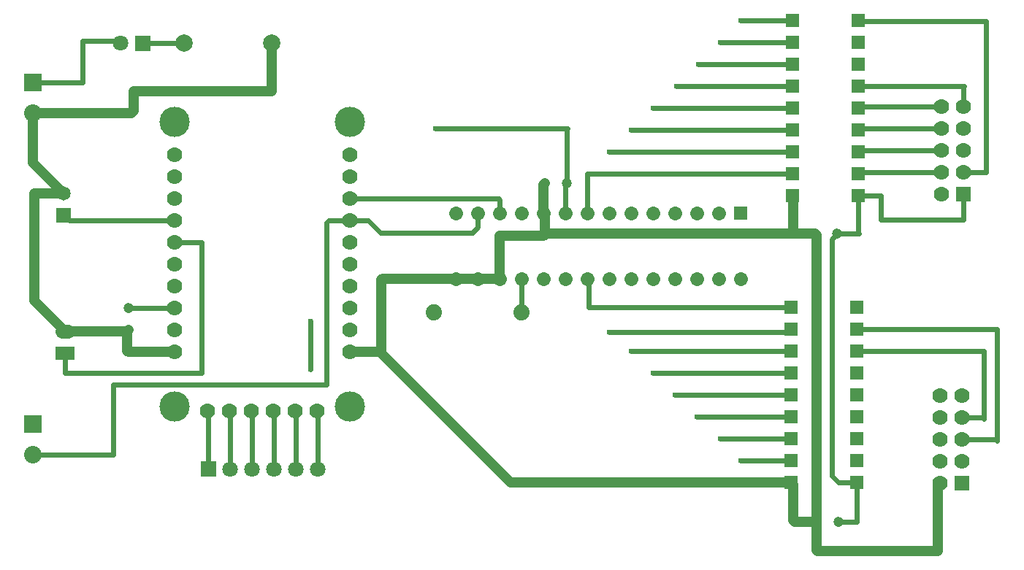
<source format=gbl>
G04 Layer: BottomLayer*
G04 EasyEDA v6.5.8, 2022-08-15 07:29:34*
G04 028e3914a6f949ed9ca799ef75e4ed4f,10*
G04 Gerber Generator version 0.2*
G04 Scale: 100 percent, Rotated: No, Reflected: No *
G04 Dimensions in millimeters *
G04 leading zeros omitted , absolute positions ,4 integer and 5 decimal *
%FSLAX45Y45*%
%MOMM*%

%ADD10C,1.2190*%
%ADD11C,0.6100*%
%ADD12C,0.6096*%
%ADD13C,1.8000*%
%ADD14R,2.3000X1.6500*%
%ADD15C,1.1938*%
%ADD16R,1.6510X1.6510*%
%ADD17C,1.6510*%
%ADD18R,2.0320X2.0320*%
%ADD19C,2.0320*%
%ADD20C,1.7780*%
%ADD21C,1.8796*%
%ADD22R,1.6000X1.6000*%
%ADD23C,3.5052*%
%ADD24R,1.6002X1.6002*%
%ADD25C,2.0000*%
%ADD26C,0.6200*%
%ADD27C,1.6500*%
%ADD28C,1.6000*%
%ADD29C,0.0194*%

%LPD*%
D10*
X6261100Y5207000D02*
G01*
X6007100Y5207000D01*
D11*
X4318000Y4152900D02*
G01*
X4318000Y4711700D01*
D10*
X9893300Y2844800D02*
G01*
X6642100Y2844800D01*
X5143500Y4343400D01*
D12*
X4394200Y3670300D02*
G01*
X4406900Y3657600D01*
X4406900Y2997200D01*
X4140200Y3670300D02*
G01*
X4152900Y3657600D01*
X4152900Y2997200D01*
X3886200Y3670300D02*
G01*
X3898900Y3657600D01*
X3898900Y2997200D01*
X3632200Y3670300D02*
G01*
X3644900Y3657600D01*
X3644900Y2997200D01*
X3378200Y3670300D02*
G01*
X3390900Y3657600D01*
X3390900Y2997200D01*
X3124200Y3670300D02*
G01*
X3136900Y3657600D01*
X3136900Y2997200D01*
X2120900Y7937500D02*
G01*
X2095500Y7962900D01*
X1676400Y7962900D01*
X1674876Y7478776D01*
X1104900Y7478776D01*
X2374900Y7937500D02*
G01*
X2857500Y7937500D01*
D10*
X1104900Y7128687D02*
G01*
X1108887Y7124700D01*
X2247900Y7124700D01*
X2273300Y7150100D01*
X2273300Y7378700D01*
X3873500Y7378700D01*
X3873500Y7937500D01*
X1460500Y6197600D02*
G01*
X1104900Y6553200D01*
X1104900Y7128687D01*
D12*
X1460500Y5943600D02*
G01*
X1524000Y5880100D01*
X2743200Y5880100D01*
D10*
X6007100Y5207000D02*
G01*
X5156200Y5207000D01*
X5143500Y5194300D01*
X5143500Y4343400D01*
X5143500Y4343400D02*
G01*
X5143500Y4343400D01*
X5130800Y4356100D01*
X4775200Y4356100D01*
X6515100Y5207000D02*
G01*
X6261100Y5207000D01*
D12*
X6769100Y5207000D02*
G01*
X6769100Y4813300D01*
D11*
X9893300Y3098800D02*
G01*
X9309100Y3098800D01*
X9893300Y3352800D02*
G01*
X9067800Y3352800D01*
X9893300Y3606800D02*
G01*
X8801100Y3606800D01*
X9893300Y3860800D02*
G01*
X8547100Y3860800D01*
X9893300Y4114800D02*
G01*
X8293100Y4114800D01*
X9893300Y4368800D02*
G01*
X8039100Y4368800D01*
X9893300Y4622800D02*
G01*
X9855200Y4584700D01*
X7785100Y4584700D01*
X9906000Y4876800D02*
G01*
X7543800Y4876800D01*
X7543800Y5130800D01*
D12*
X10668000Y8204200D02*
G01*
X10680700Y8191500D01*
X12153900Y8191500D01*
X12153900Y6438900D01*
X11887200Y6438900D01*
X10668000Y7442200D02*
G01*
X11899900Y7442200D01*
X11887200Y7429500D01*
X11887200Y7200900D01*
X10668000Y7188200D02*
G01*
X10680700Y7200900D01*
X11633200Y7200900D01*
X10668000Y6934200D02*
G01*
X10680700Y6946900D01*
X11633200Y6946900D01*
X10668000Y6680200D02*
G01*
X10680700Y6692900D01*
X11633200Y6692900D01*
X10668000Y6426200D02*
G01*
X10680700Y6438900D01*
X11633200Y6438900D01*
X10668000Y6172200D02*
G01*
X10934700Y6172200D01*
X10934700Y5892800D01*
X11887200Y5892800D01*
X11887200Y6184900D01*
X10426700Y5727700D02*
G01*
X10680700Y5727700D01*
X10668000Y5740400D01*
X10668000Y6172200D01*
X10426700Y5727700D02*
G01*
X10363200Y5664200D01*
X10363200Y2921000D01*
X10439400Y2844800D01*
X10655300Y2844800D01*
X10439400Y2387600D02*
G01*
X10655300Y2387600D01*
X10655300Y2844800D01*
D10*
X11620500Y2832100D02*
G01*
X11595100Y2806700D01*
X11595100Y2044700D01*
X10198100Y2044700D01*
X10185400Y2057400D01*
X10185400Y2387600D01*
X9893300Y2844800D02*
G01*
X9918700Y2819400D01*
X9918700Y2400300D01*
X9931400Y2387600D01*
X10185400Y2387600D01*
D12*
X2209800Y4864100D02*
G01*
X2743200Y4864100D01*
D10*
X2209800Y4610100D02*
G01*
X2197100Y4597400D01*
X2197100Y4368800D01*
X2209800Y4356100D01*
X2743200Y4356100D01*
X2209800Y4610100D02*
G01*
X2197100Y4597400D01*
X1473200Y4597400D01*
X1473200Y4597400D02*
G01*
X1117600Y4953000D01*
X1117600Y6197600D01*
X1460500Y6197600D01*
D12*
X1104900Y3166287D02*
G01*
X1108887Y3162300D01*
X2032000Y3162300D01*
X2032000Y3975100D01*
X4508500Y3975100D01*
X4508500Y5854700D01*
X4533900Y5880100D01*
X4775200Y5880100D01*
X1473200Y4343400D02*
G01*
X1473200Y4114800D01*
X3060700Y4114800D01*
X3060700Y5626100D01*
X2743200Y5626100D01*
X6261100Y5969000D02*
G01*
X6261100Y5803900D01*
X6197600Y5740400D01*
X5130800Y5740400D01*
X4991100Y5880100D01*
X4775200Y5880100D01*
X4775200Y6134100D02*
G01*
X6502400Y6134100D01*
X6515100Y6121400D01*
X6515100Y5969000D01*
D10*
X9918700Y5727700D02*
G01*
X9918700Y5727700D01*
X10172700Y5727700D01*
X10172700Y5727700D02*
G01*
X10185400Y5715000D01*
X10185400Y2387600D01*
X9906000Y6172200D02*
G01*
X9918700Y6159500D01*
X9918700Y5727700D01*
X7023100Y5969000D02*
G01*
X7035800Y5956300D01*
X7035800Y5715000D01*
X7035800Y5715000D02*
G01*
X7023100Y5702300D01*
X6515100Y5702300D01*
X6515100Y5207000D01*
X7035800Y5715000D02*
G01*
X7035800Y5715000D01*
X7048500Y5727700D01*
X9918700Y5727700D01*
X7035800Y6311900D02*
G01*
X7023100Y6299200D01*
X7023100Y5969000D01*
D12*
X7289800Y6311900D02*
G01*
X7277100Y6299200D01*
X7277100Y5969000D01*
X5765800Y6946900D02*
G01*
X7302500Y6946900D01*
X7289800Y6934200D01*
X7289800Y6311900D01*
X9906000Y6426200D02*
G01*
X7531100Y6426200D01*
X7531100Y5969000D01*
X9906000Y6680200D02*
G01*
X7785100Y6680200D01*
X9906000Y6934200D02*
G01*
X8039100Y6934200D01*
X9906000Y7188200D02*
G01*
X8293100Y7188200D01*
X9906000Y7442200D02*
G01*
X8559800Y7442200D01*
X9906000Y7696200D02*
G01*
X8813800Y7696200D01*
X9906000Y7950200D02*
G01*
X9067800Y7950200D01*
X9906000Y8204200D02*
G01*
X9309100Y8204200D01*
X10655300Y4622800D02*
G01*
X12280900Y4622800D01*
X12280900Y3327400D01*
X12268200Y3340100D01*
X11874500Y3340100D01*
X10655300Y4368800D02*
G01*
X12128500Y4368800D01*
X12128500Y3581400D01*
X12115800Y3594100D01*
X11874500Y3594100D01*
D13*
G01*
X4406900Y2997200D03*
G01*
X4152900Y2997200D03*
G01*
X3898900Y2997200D03*
G01*
X3644900Y2997200D03*
G01*
X3390900Y2997200D03*
G36*
X3046900Y3087199D02*
G01*
X3226899Y3087199D01*
X3226899Y2907200D01*
X3046900Y2907200D01*
G37*
D14*
G01*
X1473200Y4343400D03*
D15*
G01*
X10185400Y2387600D03*
G01*
X10439400Y2387600D03*
G01*
X10172700Y5727700D03*
G01*
X10426700Y5727700D03*
G01*
X7035800Y6311900D03*
G01*
X7289800Y6311900D03*
G01*
X2209800Y4610100D03*
G01*
X2209800Y4864100D03*
D13*
G01*
X2120900Y7937500D03*
G36*
X2284907Y8027492D02*
G01*
X2464892Y8027492D01*
X2464892Y7847507D01*
X2284907Y7847507D01*
G37*
D16*
G01*
X1460500Y5943600D03*
D17*
G01*
X1460500Y6197600D03*
D18*
G01*
X1104900Y3516299D03*
D19*
G01*
X1104900Y3166287D03*
D18*
G01*
X1104900Y7478699D03*
D19*
G01*
X1104900Y7128687D03*
D16*
G01*
X11874500Y2832100D03*
D20*
G01*
X11620500Y2832100D03*
G01*
X11874500Y3086100D03*
G01*
X11620500Y3086100D03*
G01*
X11874500Y3340100D03*
G01*
X11620500Y3340100D03*
G01*
X11874500Y3594100D03*
G01*
X11620500Y3594100D03*
G01*
X11874500Y3848100D03*
G01*
X11620500Y3848100D03*
D16*
G01*
X11887200Y6184900D03*
D20*
G01*
X11633200Y6184900D03*
G01*
X11887200Y6438900D03*
G01*
X11633200Y6438900D03*
G01*
X11887200Y6692900D03*
G01*
X11633200Y6692900D03*
G01*
X11887200Y6946900D03*
G01*
X11633200Y6946900D03*
G01*
X11887200Y7200900D03*
G01*
X11633200Y7200900D03*
D21*
G01*
X6769100Y4813300D03*
G01*
X5753100Y4813300D03*
D22*
G01*
X9309100Y5969000D03*
D23*
G01*
X4775200Y7023100D03*
D20*
G01*
X4775200Y4356100D03*
G01*
X4775200Y4610100D03*
G01*
X4775200Y4864100D03*
G01*
X4775200Y5118100D03*
G01*
X4775200Y5372100D03*
G01*
X4775200Y5626100D03*
G01*
X4775200Y5880100D03*
G01*
X4775200Y6134100D03*
G01*
X4775200Y6388100D03*
G01*
X4775200Y6642100D03*
D23*
G01*
X4775200Y3721100D03*
D20*
G01*
X4394200Y3670300D03*
G01*
X3124200Y3670300D03*
G01*
X3378200Y3670300D03*
G01*
X3632200Y3670300D03*
G01*
X3886200Y3670300D03*
G01*
X4140200Y3670300D03*
D23*
G01*
X2743200Y3721100D03*
D20*
G01*
X2743200Y4356100D03*
G01*
X2743200Y6642100D03*
G01*
X2743200Y6388100D03*
G01*
X2743200Y6134100D03*
G01*
X2743200Y5880100D03*
G01*
X2743200Y5626100D03*
G01*
X2743200Y5372100D03*
G01*
X2743200Y5118100D03*
G01*
X2743200Y4864100D03*
G01*
X2743200Y4610100D03*
G01*
X2743200Y4356100D03*
D23*
G01*
X2743200Y7023100D03*
D24*
G01*
X9893300Y4876800D03*
G01*
X9893300Y4622800D03*
G01*
X9893300Y3352800D03*
G01*
X9893300Y3098800D03*
G01*
X9893300Y4368800D03*
G01*
X9893300Y4114800D03*
G01*
X9893300Y3606800D03*
G01*
X9893300Y3860800D03*
G01*
X9893300Y2844800D03*
G01*
X10655300Y2844800D03*
G01*
X10655300Y3098800D03*
G01*
X10655300Y3352800D03*
G01*
X10655300Y3606800D03*
G01*
X10655300Y3860800D03*
G01*
X10655300Y4114800D03*
G01*
X10655300Y4368800D03*
G01*
X10655300Y4622800D03*
G01*
X10655300Y4876800D03*
G01*
X9906000Y8204200D03*
G01*
X9906000Y7950200D03*
G01*
X9906000Y6680200D03*
G01*
X9906000Y6426200D03*
G01*
X9906000Y7696200D03*
G01*
X9906000Y7442200D03*
G01*
X9906000Y6934200D03*
G01*
X9906000Y7188200D03*
G01*
X9906000Y6172200D03*
G01*
X10668000Y6172200D03*
G01*
X10668000Y6426200D03*
G01*
X10668000Y6680200D03*
G01*
X10668000Y6934200D03*
G01*
X10668000Y7188200D03*
G01*
X10668000Y7442200D03*
G01*
X10668000Y7696200D03*
G01*
X10668000Y7950200D03*
G01*
X10668000Y8204200D03*
D25*
G01*
X2857500Y7937500D03*
G01*
X3873500Y7937500D03*
D26*
G01*
X7785100Y4584700D03*
G01*
X8039100Y4368800D03*
G01*
X8293100Y4114800D03*
G01*
X8547100Y3860800D03*
G01*
X8801100Y3606800D03*
G01*
X9067800Y3352800D03*
G01*
X9309100Y3098800D03*
G01*
X9918700Y5727700D03*
D11*
G01*
X7035800Y5715000D03*
G01*
X7785100Y6680200D03*
G01*
X8039100Y6934200D03*
G01*
X8039100Y6934200D03*
G01*
X8293100Y7188200D03*
G01*
X8559800Y7442200D03*
G01*
X8813800Y7696200D03*
G01*
X9067800Y7950200D03*
D26*
G01*
X9309100Y8204200D03*
G01*
X5765800Y6946900D03*
D11*
G01*
X5143500Y4343400D03*
D26*
G01*
X4318000Y4152900D03*
G01*
X4318000Y4711700D03*
D27*
X1505699Y4597400D02*
G01*
X1440700Y4597400D01*
D28*
X8801100Y5207000D02*
G01*
X8801100Y5207000D01*
X8547100Y5207000D02*
G01*
X8547100Y5207000D01*
X8293100Y5207000D02*
G01*
X8293100Y5207000D01*
X8039100Y5207000D02*
G01*
X8039100Y5207000D01*
X7785100Y5207000D02*
G01*
X7785100Y5207000D01*
X7531100Y5207000D02*
G01*
X7531100Y5207000D01*
X7277100Y5207000D02*
G01*
X7277100Y5207000D01*
X7277100Y5969000D02*
G01*
X7277100Y5969000D01*
X9055100Y5207000D02*
G01*
X9055100Y5207000D01*
X9309100Y5207000D02*
G01*
X9309100Y5207000D01*
X7531100Y5969000D02*
G01*
X7531100Y5969000D01*
X7785100Y5969000D02*
G01*
X7785100Y5969000D01*
X8039100Y5969000D02*
G01*
X8039100Y5969000D01*
X8293100Y5969000D02*
G01*
X8293100Y5969000D01*
X8547100Y5969000D02*
G01*
X8547100Y5969000D01*
X8801100Y5969000D02*
G01*
X8801100Y5969000D01*
X9055100Y5969000D02*
G01*
X9055100Y5969000D01*
X7023100Y5969000D02*
G01*
X7023100Y5969000D01*
X6769100Y5969000D02*
G01*
X6769100Y5969000D01*
X6515100Y5969000D02*
G01*
X6515100Y5969000D01*
X6261100Y5969000D02*
G01*
X6261100Y5969000D01*
X6007100Y5969000D02*
G01*
X6007100Y5969000D01*
X6007100Y5207000D02*
G01*
X6007100Y5207000D01*
X6261100Y5207000D02*
G01*
X6261100Y5207000D01*
X6515100Y5207000D02*
G01*
X6515100Y5207000D01*
X6769100Y5207000D02*
G01*
X6769100Y5207000D01*
X7023100Y5207000D02*
G01*
X7023100Y5207000D01*
M02*

</source>
